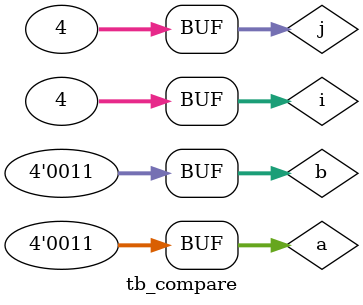
<source format=v>
module tb_compare;
reg [3:0]a,b;
wire greater,lesser,equal;
comparator uut(
.a(a),
.b(b),
.greater(greater),
.lesser(lesser),
.equal(equal));
integer i,j;
initial begin
$dumpfile("cmp.vcd");
$dumpvars(0,tb_compare);
$monitor("Time=%0t|a=%b|b=%b|greater=%b|lesser=%b|equal=%b",$time,a,b,greater,lesser,equal);

for(i=0;i<4;i=i+1)
begin
for(j=0;j<4;j=j+1)
begin
a=i;
b=j;
#10;
end
end
end
endmodule


</source>
